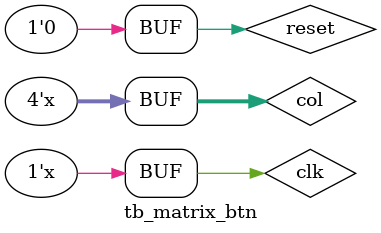
<source format=v>
`timescale 1ns / 1ps


module tb_matrix_btn();
    reg clk, reset;
    reg [3:0] col;
    wire [3:0] row;
    wire [3:0] led_out;
    
    matrix_btn u_matrix_btn (.clk (clk), .reset (reset), 
    .col (col), .row (row), .led_out (led_out));
    
    always #50 clk = ~clk;
    always #50 col = {col[2:0], col[3]};
    
    initial begin
        reset = 1; clk = 0; col = 1;
        #100 reset = 0;
    end
    
endmodule

</source>
